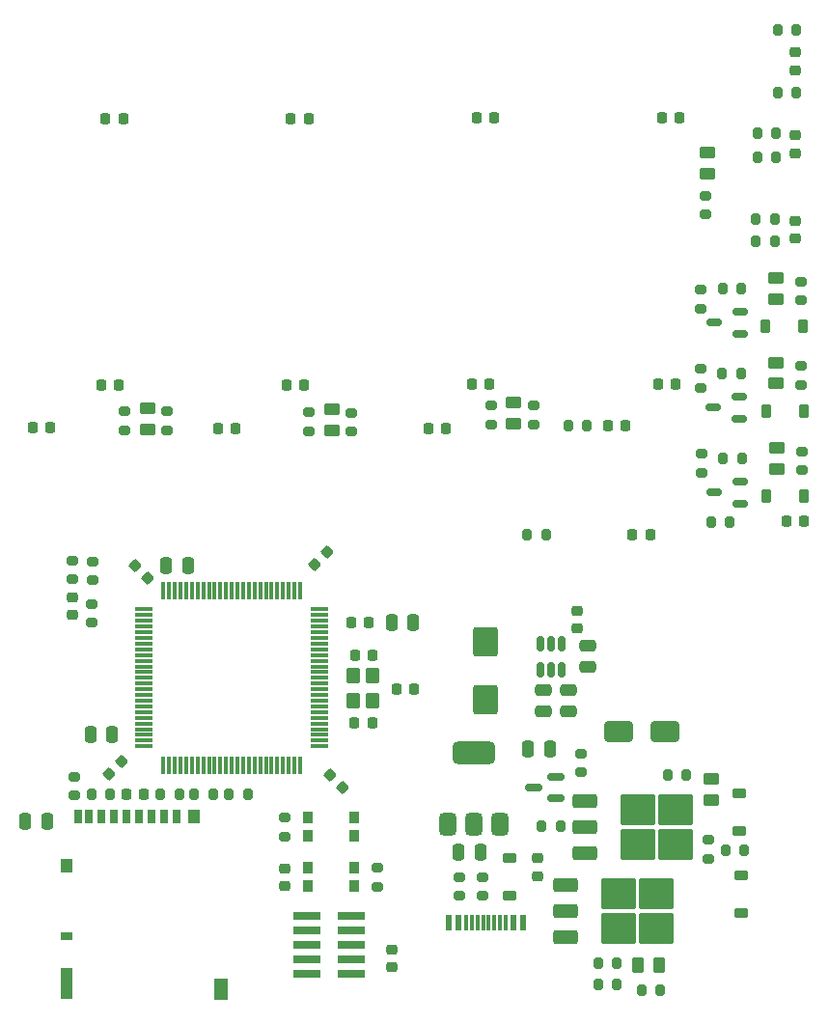
<source format=gbr>
%TF.GenerationSoftware,KiCad,Pcbnew,9.0.3-9.0.3-0~ubuntu24.04.1*%
%TF.CreationDate,2025-07-31T20:10:47-07:00*%
%TF.ProjectId,board,626f6172-642e-46b6-9963-61645f706362,rev?*%
%TF.SameCoordinates,Original*%
%TF.FileFunction,Paste,Top*%
%TF.FilePolarity,Positive*%
%FSLAX46Y46*%
G04 Gerber Fmt 4.6, Leading zero omitted, Abs format (unit mm)*
G04 Created by KiCad (PCBNEW 9.0.3-9.0.3-0~ubuntu24.04.1) date 2025-07-31 20:10:47*
%MOMM*%
%LPD*%
G01*
G04 APERTURE LIST*
G04 Aperture macros list*
%AMRoundRect*
0 Rectangle with rounded corners*
0 $1 Rounding radius*
0 $2 $3 $4 $5 $6 $7 $8 $9 X,Y pos of 4 corners*
0 Add a 4 corners polygon primitive as box body*
4,1,4,$2,$3,$4,$5,$6,$7,$8,$9,$2,$3,0*
0 Add four circle primitives for the rounded corners*
1,1,$1+$1,$2,$3*
1,1,$1+$1,$4,$5*
1,1,$1+$1,$6,$7*
1,1,$1+$1,$8,$9*
0 Add four rect primitives between the rounded corners*
20,1,$1+$1,$2,$3,$4,$5,0*
20,1,$1+$1,$4,$5,$6,$7,0*
20,1,$1+$1,$6,$7,$8,$9,0*
20,1,$1+$1,$8,$9,$2,$3,0*%
G04 Aperture macros list end*
%ADD10RoundRect,0.250000X-0.475000X0.250000X-0.475000X-0.250000X0.475000X-0.250000X0.475000X0.250000X0*%
%ADD11RoundRect,0.200000X-0.275000X0.200000X-0.275000X-0.200000X0.275000X-0.200000X0.275000X0.200000X0*%
%ADD12RoundRect,0.250000X-1.275000X-1.125000X1.275000X-1.125000X1.275000X1.125000X-1.275000X1.125000X0*%
%ADD13RoundRect,0.250000X-0.850000X-0.350000X0.850000X-0.350000X0.850000X0.350000X-0.850000X0.350000X0*%
%ADD14RoundRect,0.225000X-0.225000X-0.250000X0.225000X-0.250000X0.225000X0.250000X-0.225000X0.250000X0*%
%ADD15RoundRect,0.225000X0.225000X0.250000X-0.225000X0.250000X-0.225000X-0.250000X0.225000X-0.250000X0*%
%ADD16RoundRect,0.200000X0.275000X-0.200000X0.275000X0.200000X-0.275000X0.200000X-0.275000X-0.200000X0*%
%ADD17R,2.400000X0.740000*%
%ADD18RoundRect,0.250000X0.250000X0.475000X-0.250000X0.475000X-0.250000X-0.475000X0.250000X-0.475000X0*%
%ADD19R,0.900000X1.000000*%
%ADD20RoundRect,0.200000X-0.200000X-0.275000X0.200000X-0.275000X0.200000X0.275000X-0.200000X0.275000X0*%
%ADD21RoundRect,0.249999X-0.850001X1.025001X-0.850001X-1.025001X0.850001X-1.025001X0.850001X1.025001X0*%
%ADD22RoundRect,0.250000X0.450000X-0.262500X0.450000X0.262500X-0.450000X0.262500X-0.450000X-0.262500X0*%
%ADD23RoundRect,0.225000X0.250000X-0.225000X0.250000X0.225000X-0.250000X0.225000X-0.250000X-0.225000X0*%
%ADD24RoundRect,0.200000X0.200000X0.275000X-0.200000X0.275000X-0.200000X-0.275000X0.200000X-0.275000X0*%
%ADD25RoundRect,0.375000X0.375000X-0.625000X0.375000X0.625000X-0.375000X0.625000X-0.375000X-0.625000X0*%
%ADD26RoundRect,0.500000X1.400000X-0.500000X1.400000X0.500000X-1.400000X0.500000X-1.400000X-0.500000X0*%
%ADD27RoundRect,0.225000X-0.375000X0.225000X-0.375000X-0.225000X0.375000X-0.225000X0.375000X0.225000X0*%
%ADD28RoundRect,0.075000X0.725000X0.075000X-0.725000X0.075000X-0.725000X-0.075000X0.725000X-0.075000X0*%
%ADD29RoundRect,0.075000X0.075000X0.725000X-0.075000X0.725000X-0.075000X-0.725000X0.075000X-0.725000X0*%
%ADD30RoundRect,0.150000X0.512500X0.150000X-0.512500X0.150000X-0.512500X-0.150000X0.512500X-0.150000X0*%
%ADD31RoundRect,0.225000X0.335876X0.017678X0.017678X0.335876X-0.335876X-0.017678X-0.017678X-0.335876X0*%
%ADD32RoundRect,0.250000X-0.250000X-0.475000X0.250000X-0.475000X0.250000X0.475000X-0.250000X0.475000X0*%
%ADD33RoundRect,0.150000X0.150000X-0.512500X0.150000X0.512500X-0.150000X0.512500X-0.150000X-0.512500X0*%
%ADD34RoundRect,0.225000X-0.250000X0.225000X-0.250000X-0.225000X0.250000X-0.225000X0.250000X0.225000X0*%
%ADD35RoundRect,0.250000X1.000000X0.650000X-1.000000X0.650000X-1.000000X-0.650000X1.000000X-0.650000X0*%
%ADD36RoundRect,0.225000X0.375000X-0.225000X0.375000X0.225000X-0.375000X0.225000X-0.375000X-0.225000X0*%
%ADD37RoundRect,0.250000X-0.262500X-0.450000X0.262500X-0.450000X0.262500X0.450000X-0.262500X0.450000X0*%
%ADD38RoundRect,0.225000X-0.017678X0.335876X-0.335876X0.017678X0.017678X-0.335876X0.335876X-0.017678X0*%
%ADD39R,0.700000X1.200000*%
%ADD40R,1.000000X0.800000*%
%ADD41R,1.000000X1.200000*%
%ADD42R,1.000000X2.800000*%
%ADD43R,1.300000X1.900000*%
%ADD44RoundRect,0.225000X0.017678X-0.335876X0.335876X-0.017678X-0.017678X0.335876X-0.335876X0.017678X0*%
%ADD45R,0.600000X1.450000*%
%ADD46R,0.300000X1.450000*%
%ADD47RoundRect,0.250000X0.475000X-0.250000X0.475000X0.250000X-0.475000X0.250000X-0.475000X-0.250000X0*%
%ADD48RoundRect,0.225000X-0.225000X-0.375000X0.225000X-0.375000X0.225000X0.375000X-0.225000X0.375000X0*%
%ADD49RoundRect,0.250000X0.350000X-0.450000X0.350000X0.450000X-0.350000X0.450000X-0.350000X-0.450000X0*%
%ADD50RoundRect,0.150000X0.587500X0.150000X-0.587500X0.150000X-0.587500X-0.150000X0.587500X-0.150000X0*%
%ADD51RoundRect,0.225000X-0.335876X-0.017678X-0.017678X-0.335876X0.335876X0.017678X0.017678X0.335876X0*%
G04 APERTURE END LIST*
D10*
%TO.C,C51*%
X205850000Y-85000000D03*
X205850000Y-86900000D03*
%TD*%
D11*
%TO.C,R33*%
X219700000Y-64312500D03*
X219700000Y-65962500D03*
%TD*%
D12*
%TO.C,Q7*%
X212425000Y-102847500D03*
X212425000Y-105897500D03*
X215775000Y-102847500D03*
X215775000Y-105897500D03*
D13*
X207800000Y-102092500D03*
X207800000Y-104372500D03*
X207800000Y-106652500D03*
%TD*%
D14*
%TO.C,C45*%
X189275000Y-87900000D03*
X190825000Y-87900000D03*
%TD*%
D15*
%TO.C,C15*%
X170825000Y-94200000D03*
X169275000Y-94200000D03*
%TD*%
D16*
%TO.C,R10*%
X209150000Y-92225000D03*
X209150000Y-90575000D03*
%TD*%
D17*
%TO.C,J2*%
X188975001Y-109914999D03*
X185075001Y-109914999D03*
X188975001Y-108644999D03*
X185075001Y-108644999D03*
X188975001Y-107374999D03*
X185075001Y-107374999D03*
X188975001Y-106104999D03*
X185075001Y-106104999D03*
X188975001Y-104834999D03*
X185075001Y-104834999D03*
%TD*%
D16*
%TO.C,R26*%
X220050000Y-43308750D03*
X220050000Y-41658750D03*
%TD*%
D18*
%TO.C,C19*%
X200300000Y-99250000D03*
X198400000Y-99250000D03*
%TD*%
D14*
%TO.C,C27*%
X167425000Y-34878750D03*
X168975000Y-34878750D03*
%TD*%
%TO.C,C7*%
X192975000Y-84925000D03*
X194525000Y-84925000D03*
%TD*%
D19*
%TO.C,SW2*%
X189275000Y-102225000D03*
X185175000Y-102225000D03*
X189275000Y-100625000D03*
X185175000Y-100625000D03*
%TD*%
D20*
%TO.C,R49*%
X216725000Y-92500000D03*
X218375000Y-92500000D03*
%TD*%
D11*
%TO.C,R2*%
X191275000Y-100600000D03*
X191275000Y-102250000D03*
%TD*%
D21*
%TO.C,L3*%
X200750000Y-80775000D03*
X200750000Y-85825000D03*
%TD*%
D22*
%TO.C,D10*%
X226250000Y-58112500D03*
X226250000Y-56287500D03*
%TD*%
D16*
%TO.C,R25*%
X201250000Y-61725000D03*
X201250000Y-60075000D03*
%TD*%
D23*
%TO.C,C43*%
X164500000Y-78450000D03*
X164500000Y-76900000D03*
%TD*%
D20*
%TO.C,R40*%
X221550000Y-49825000D03*
X223200000Y-49825000D03*
%TD*%
D14*
%TO.C,C40*%
X216225000Y-34818750D03*
X217775000Y-34818750D03*
%TD*%
D24*
%TO.C,R51*%
X223475000Y-99050000D03*
X221825000Y-99050000D03*
%TD*%
D25*
%TO.C,U2*%
X197450000Y-96800000D03*
X199750000Y-96800000D03*
D26*
X199750000Y-90500000D03*
D25*
X202050000Y-96800000D03*
%TD*%
D22*
%TO.C,D7*%
X226300000Y-65612500D03*
X226300000Y-63787500D03*
%TD*%
D16*
%TO.C,R34*%
X228500000Y-65725000D03*
X228500000Y-64075000D03*
%TD*%
D27*
%TO.C,D1*%
X202900000Y-99760000D03*
X202900000Y-103060000D03*
%TD*%
D22*
%TO.C,R20*%
X187252651Y-62218750D03*
X187252651Y-60393750D03*
%TD*%
D28*
%TO.C,U1*%
X186175000Y-89950000D03*
X186175000Y-89450000D03*
X186175000Y-88950000D03*
X186175000Y-88450000D03*
X186175000Y-87950000D03*
X186175000Y-87450000D03*
X186175000Y-86950000D03*
X186175000Y-86450000D03*
X186175000Y-85950000D03*
X186175000Y-85450000D03*
X186175000Y-84950000D03*
X186175000Y-84450000D03*
X186175000Y-83950000D03*
X186175000Y-83450000D03*
X186175000Y-82950000D03*
X186175000Y-82450000D03*
X186175000Y-81950000D03*
X186175000Y-81450000D03*
X186175000Y-80950000D03*
X186175000Y-80450000D03*
X186175000Y-79950000D03*
X186175000Y-79450000D03*
X186175000Y-78950000D03*
X186175000Y-78450000D03*
X186175000Y-77950000D03*
D29*
X184500000Y-76275000D03*
X184000000Y-76275000D03*
X183500000Y-76275000D03*
X183000000Y-76275000D03*
X182500000Y-76275000D03*
X182000000Y-76275000D03*
X181500000Y-76275000D03*
X181000000Y-76275000D03*
X180500000Y-76275000D03*
X180000000Y-76275000D03*
X179500000Y-76275000D03*
X179000000Y-76275000D03*
X178500000Y-76275000D03*
X178000000Y-76275000D03*
X177500000Y-76275000D03*
X177000000Y-76275000D03*
X176500000Y-76275000D03*
X176000000Y-76275000D03*
X175500000Y-76275000D03*
X175000000Y-76275000D03*
X174500000Y-76275000D03*
X174000000Y-76275000D03*
X173500000Y-76275000D03*
X173000000Y-76275000D03*
X172500000Y-76275000D03*
D28*
X170825000Y-77950000D03*
X170825000Y-78450000D03*
X170825000Y-78950000D03*
X170825000Y-79450000D03*
X170825000Y-79950000D03*
X170825000Y-80450000D03*
X170825000Y-80950000D03*
X170825000Y-81450000D03*
X170825000Y-81950000D03*
X170825000Y-82450000D03*
X170825000Y-82950000D03*
X170825000Y-83450000D03*
X170825000Y-83950000D03*
X170825000Y-84450000D03*
X170825000Y-84950000D03*
X170825000Y-85450000D03*
X170825000Y-85950000D03*
X170825000Y-86450000D03*
X170825000Y-86950000D03*
X170825000Y-87450000D03*
X170825000Y-87950000D03*
X170825000Y-88450000D03*
X170825000Y-88950000D03*
X170825000Y-89450000D03*
X170825000Y-89950000D03*
D29*
X172500000Y-91625000D03*
X173000000Y-91625000D03*
X173500000Y-91625000D03*
X174000000Y-91625000D03*
X174500000Y-91625000D03*
X175000000Y-91625000D03*
X175500000Y-91625000D03*
X176000000Y-91625000D03*
X176500000Y-91625000D03*
X177000000Y-91625000D03*
X177500000Y-91625000D03*
X178000000Y-91625000D03*
X178500000Y-91625000D03*
X179000000Y-91625000D03*
X179500000Y-91625000D03*
X180000000Y-91625000D03*
X180500000Y-91625000D03*
X181000000Y-91625000D03*
X181500000Y-91625000D03*
X182000000Y-91625000D03*
X182500000Y-91625000D03*
X183000000Y-91625000D03*
X183500000Y-91625000D03*
X184000000Y-91625000D03*
X184500000Y-91625000D03*
%TD*%
D11*
%TO.C,R7*%
X164650000Y-92625000D03*
X164650000Y-94275000D03*
%TD*%
D22*
%TO.C,R27*%
X220250000Y-39721250D03*
X220250000Y-37896250D03*
%TD*%
D16*
%TO.C,R18*%
X169100000Y-62233750D03*
X169100000Y-60583750D03*
%TD*%
D22*
%TO.C,R22*%
X171100000Y-62125000D03*
X171100000Y-60300000D03*
%TD*%
D19*
%TO.C,SW1*%
X185175000Y-96200000D03*
X189275000Y-96200000D03*
X185175000Y-97800000D03*
X189275000Y-97800000D03*
%TD*%
D24*
%TO.C,R3*%
X173875000Y-94200000D03*
X172225000Y-94200000D03*
%TD*%
%TO.C,R47*%
X222200000Y-70325000D03*
X220550000Y-70325000D03*
%TD*%
D30*
%TO.C,Q3*%
X223050000Y-61187500D03*
X223050000Y-59287500D03*
X220775000Y-60237500D03*
%TD*%
D31*
%TO.C,C6*%
X171098008Y-75198008D03*
X170001992Y-74101992D03*
%TD*%
D22*
%TO.C,R24*%
X203250000Y-61618750D03*
X203250000Y-59793750D03*
%TD*%
D14*
%TO.C,C32*%
X183677651Y-34906250D03*
X185227651Y-34906250D03*
%TD*%
D32*
%TO.C,C18*%
X204500000Y-90200000D03*
X206400000Y-90200000D03*
%TD*%
D33*
%TO.C,U8*%
X205550000Y-83225000D03*
X206500000Y-83225000D03*
X207450000Y-83225000D03*
X207450000Y-80950000D03*
X206500000Y-80950000D03*
X205550000Y-80950000D03*
%TD*%
D34*
%TO.C,C46*%
X227950000Y-36375000D03*
X227950000Y-37925000D03*
%TD*%
D16*
%TO.C,R21*%
X185250000Y-62325000D03*
X185250000Y-60675000D03*
%TD*%
D24*
%TO.C,R4*%
X176875000Y-94200000D03*
X175225000Y-94200000D03*
%TD*%
D35*
%TO.C,D2*%
X216477500Y-88655000D03*
X212477500Y-88655000D03*
%TD*%
D18*
%TO.C,C16*%
X162300000Y-96550000D03*
X160400000Y-96550000D03*
%TD*%
D16*
%TO.C,R16*%
X172800000Y-62225000D03*
X172800000Y-60575000D03*
%TD*%
D11*
%TO.C,R1*%
X183175000Y-96225000D03*
X183175000Y-97875000D03*
%TD*%
D14*
%TO.C,C28*%
X227175000Y-70225000D03*
X228725000Y-70225000D03*
%TD*%
D11*
%TO.C,R39*%
X219650000Y-49925000D03*
X219650000Y-51575000D03*
%TD*%
D36*
%TO.C,D13*%
X223025000Y-97350000D03*
X223025000Y-94050000D03*
%TD*%
D24*
%TO.C,R45*%
X228025000Y-32600000D03*
X226375000Y-32600000D03*
%TD*%
D37*
%TO.C,D16*%
X214162500Y-109175000D03*
X215987500Y-109175000D03*
%TD*%
D16*
%TO.C,R30*%
X164500000Y-75325000D03*
X164500000Y-73675000D03*
%TD*%
D24*
%TO.C,R28*%
X209650000Y-61808750D03*
X208000000Y-61808750D03*
%TD*%
D16*
%TO.C,R29*%
X166310000Y-75375000D03*
X166310000Y-73725000D03*
%TD*%
%TO.C,R35*%
X228450000Y-58250000D03*
X228450000Y-56600000D03*
%TD*%
D15*
%TO.C,C49*%
X215205000Y-71350000D03*
X213655000Y-71350000D03*
%TD*%
D10*
%TO.C,C50*%
X208050000Y-85000000D03*
X208050000Y-86900000D03*
%TD*%
D20*
%TO.C,R6*%
X166175000Y-94200000D03*
X167825000Y-94200000D03*
%TD*%
D16*
%TO.C,R48*%
X200500000Y-103085000D03*
X200500000Y-101435000D03*
%TD*%
D11*
%TO.C,R36*%
X219612500Y-56862500D03*
X219612500Y-58512500D03*
%TD*%
D16*
%TO.C,R8*%
X198500000Y-103085000D03*
X198500000Y-101435000D03*
%TD*%
D38*
%TO.C,C8*%
X168798008Y-91301992D03*
X167701992Y-92398008D03*
%TD*%
D39*
%TO.C,J1*%
X173645000Y-96125000D03*
X172545000Y-96125000D03*
X171445000Y-96125000D03*
X170345000Y-96125000D03*
X169245000Y-96125000D03*
X168145000Y-96125000D03*
X167045000Y-96125000D03*
X165945000Y-96125000D03*
X164995000Y-96125000D03*
D40*
X164045000Y-106625000D03*
D41*
X164045000Y-100425000D03*
D42*
X164045000Y-110775000D03*
D41*
X175195000Y-96125000D03*
D43*
X177545000Y-111225000D03*
%TD*%
D15*
%TO.C,C29*%
X168575000Y-58228750D03*
X167025000Y-58228750D03*
%TD*%
D20*
%TO.C,R44*%
X226375000Y-27100000D03*
X228025000Y-27100000D03*
%TD*%
%TO.C,R42*%
X224600000Y-36150000D03*
X226250000Y-36150000D03*
%TD*%
D16*
%TO.C,R38*%
X228450000Y-50825000D03*
X228450000Y-49175000D03*
%TD*%
D44*
%TO.C,C3*%
X185801992Y-74048008D03*
X186898008Y-72951992D03*
%TD*%
D20*
%TO.C,R37*%
X221537500Y-57287500D03*
X223187500Y-57287500D03*
%TD*%
D11*
%TO.C,R31*%
X166250000Y-77475000D03*
X166250000Y-79125000D03*
%TD*%
D30*
%TO.C,Q4*%
X223087500Y-53737500D03*
X223087500Y-51837500D03*
X220812500Y-52787500D03*
%TD*%
D24*
%TO.C,R46*%
X206065000Y-71350000D03*
X204415000Y-71350000D03*
%TD*%
D14*
%TO.C,C36*%
X199975000Y-34806250D03*
X201525000Y-34806250D03*
%TD*%
D45*
%TO.C,J3*%
X197550000Y-105465000D03*
X198350000Y-105465000D03*
D46*
X199550000Y-105465000D03*
X200550000Y-105465000D03*
X201050000Y-105465000D03*
X202050000Y-105465000D03*
D45*
X203250000Y-105465000D03*
X204050000Y-105465000D03*
X204050000Y-105465000D03*
X203250000Y-105465000D03*
D46*
X202550000Y-105465000D03*
X201550000Y-105465000D03*
X200050000Y-105465000D03*
X199050000Y-105465000D03*
D45*
X198350000Y-105465000D03*
X197550000Y-105465000D03*
%TD*%
D36*
%TO.C,D15*%
X223175000Y-104550000D03*
X223175000Y-101250000D03*
%TD*%
D23*
%TO.C,C10*%
X183175000Y-102200000D03*
X183175000Y-100650000D03*
%TD*%
D34*
%TO.C,C52*%
X208800000Y-78075000D03*
X208800000Y-79625000D03*
%TD*%
D15*
%TO.C,C37*%
X201100000Y-58168750D03*
X199550000Y-58168750D03*
%TD*%
D24*
%TO.C,R5*%
X179900000Y-94200000D03*
X178250000Y-94200000D03*
%TD*%
D15*
%TO.C,C33*%
X184852651Y-58243750D03*
X183302651Y-58243750D03*
%TD*%
D12*
%TO.C,Q5*%
X214100000Y-95525000D03*
X214100000Y-98575000D03*
X217450000Y-95525000D03*
X217450000Y-98575000D03*
D13*
X209475000Y-94770000D03*
X209475000Y-97050000D03*
X209475000Y-99330000D03*
%TD*%
D20*
%TO.C,R32*%
X221625000Y-64737500D03*
X223275000Y-64737500D03*
%TD*%
%TO.C,R52*%
X214450000Y-111375000D03*
X216100000Y-111375000D03*
%TD*%
D47*
%TO.C,C12*%
X209700000Y-83025000D03*
X209700000Y-81125000D03*
%TD*%
D48*
%TO.C,D9*%
X225400000Y-60587500D03*
X228700000Y-60587500D03*
%TD*%
D22*
%TO.C,D12*%
X226250000Y-50712500D03*
X226250000Y-48887500D03*
%TD*%
D14*
%TO.C,C30*%
X161025000Y-62006250D03*
X162575000Y-62006250D03*
%TD*%
D24*
%TO.C,R43*%
X226250000Y-38300000D03*
X224600000Y-38300000D03*
%TD*%
D34*
%TO.C,C25*%
X227950000Y-43875000D03*
X227950000Y-45425000D03*
%TD*%
D48*
%TO.C,D8*%
X225375000Y-68037500D03*
X228675000Y-68037500D03*
%TD*%
D24*
%TO.C,R41*%
X226150000Y-43700000D03*
X224500000Y-43700000D03*
%TD*%
D14*
%TO.C,C38*%
X195775000Y-62050000D03*
X197325000Y-62050000D03*
%TD*%
D11*
%TO.C,R50*%
X220325000Y-98175000D03*
X220325000Y-99825000D03*
%TD*%
D32*
%TO.C,C2*%
X166100000Y-88925000D03*
X168000000Y-88925000D03*
%TD*%
D24*
%TO.C,R9*%
X207350000Y-97000000D03*
X205700000Y-97000000D03*
%TD*%
D16*
%TO.C,R17*%
X188952651Y-62331250D03*
X188952651Y-60681250D03*
%TD*%
D20*
%TO.C,R53*%
X210625000Y-110850000D03*
X212275000Y-110850000D03*
%TD*%
%TO.C,R54*%
X210625000Y-108950000D03*
X212275000Y-108950000D03*
%TD*%
D32*
%TO.C,C1*%
X172750001Y-74100000D03*
X174649999Y-74100000D03*
%TD*%
%TO.C,C4*%
X192500000Y-79075000D03*
X194400000Y-79075000D03*
%TD*%
D14*
%TO.C,C42*%
X211500000Y-61808750D03*
X213050000Y-61808750D03*
%TD*%
%TO.C,C34*%
X177277651Y-62106250D03*
X178827651Y-62106250D03*
%TD*%
D34*
%TO.C,C14*%
X192575001Y-107789999D03*
X192575001Y-109339999D03*
%TD*%
D49*
%TO.C,Y2*%
X190850000Y-85975000D03*
X190850000Y-83775000D03*
X189150000Y-83775000D03*
X189150000Y-85975000D03*
%TD*%
D16*
%TO.C,R23*%
X204950000Y-61731250D03*
X204950000Y-60081250D03*
%TD*%
D50*
%TO.C,Q1*%
X206900000Y-94500000D03*
X206900000Y-92600000D03*
X205025000Y-93550000D03*
%TD*%
D51*
%TO.C,C9*%
X187101992Y-92501992D03*
X188198008Y-93598008D03*
%TD*%
D22*
%TO.C,D14*%
X220550000Y-94662500D03*
X220550000Y-92837500D03*
%TD*%
D48*
%TO.C,D11*%
X225350000Y-53137500D03*
X228650000Y-53137500D03*
%TD*%
D15*
%TO.C,C41*%
X217450000Y-58181250D03*
X215900000Y-58181250D03*
%TD*%
D34*
%TO.C,C47*%
X227950000Y-29075000D03*
X227950000Y-30625000D03*
%TD*%
D20*
%TO.C,R19*%
X224500000Y-45650000D03*
X226150000Y-45650000D03*
%TD*%
D30*
%TO.C,Q2*%
X223137500Y-68650000D03*
X223137500Y-66750000D03*
X220862500Y-67700000D03*
%TD*%
D34*
%TO.C,C44*%
X205300000Y-99785000D03*
X205300000Y-101335000D03*
%TD*%
D15*
%TO.C,C11*%
X190875000Y-81950000D03*
X189325000Y-81950000D03*
%TD*%
D14*
%TO.C,C5*%
X188975000Y-79125000D03*
X190525000Y-79125000D03*
%TD*%
M02*

</source>
